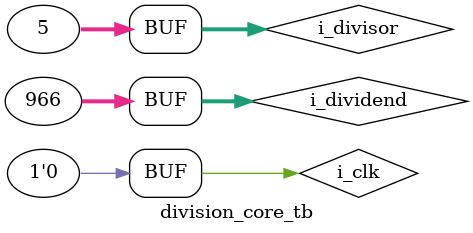
<source format=v>

`timescale 1 ns / 1 ps

module division_core(
   input wire  [31:0] i_dividend,
   input wire  [31:0] i_divisor,
   input wire         i_clk,
   output wire [31:0] result
   );
   
   localparam WORD_WIDTH  = 32;
   localparam START       = 3'd0,
              EXPONENTIAL = 3'd1,
              CHECK       = 3'd2,
              END         = 3'd3;
   
   reg [WORD_WIDTH-1:0] dividend_static = 0;
   reg [WORD_WIDTH-1:0] divisor_static  = 0;
   reg [WORD_WIDTH-1:0] result_static   = 0;
   reg [WORD_WIDTH+2:0] counter         = 0; // might need more bits storage than the WORD-WIDTH. To prevent overflow, two more bits are added.
   reg [WORD_WIDTH+2:0] total_counter   = 0;
   reg [WORD_WIDTH+2:0] total_interim   = 0;
   reg [WORD_WIDTH+2:0] interim_expo    = 0;
   reg [2:0]            current_state   = 0;
                            
   wire [WORD_WIDTH+2:0] counter_expo_next;
   wire [WORD_WIDTH+2:0] interim_expo_next;
   wire [WORD_WIDTH+2:0] total_counter_next;
   wire [WORD_WIDTH+2:0] total_interim_next;
   
   assign result             = result_static;                    
   assign interim_expo_next  = interim_expo  + interim_expo;
   assign counter_expo_next  = counter       + counter;
   assign total_counter_next = total_counter + counter;
   assign total_interim_next = total_interim + interim_expo; 
   
   always @(posedge i_clk) begin
      dividend_static <= i_dividend;
      divisor_static  <= i_divisor;
   end
   
   always @(posedge i_clk) begin
       
      //catch null-division error
      if((dividend_static == 0) || (divisor_static == 0)) begin
         result_static <= 'hBAD1DEA; //Error Message (means 'bad idea' in Hex Speak)
         
      // e.g. 11/11 = 1
      end else if(divisor_static == dividend_static) begin
         result_static <= 1;
      
      // e.g. 12/1 = 12
      end else if(divisor_static == 1) begin
         result_static <= dividend_static;
         
      // cannot calculate floating point numbers, so values smaller than 1 are always 0. E.g. 5/8 = 0.625 = 0  
      end else if(divisor_static > dividend_static)begin
         result_static <= 0;
         
      // else begin calculating the result
      end else begin
      
         case(current_state) // state machine
            
            // reset to start conditionsW
            START: begin
                interim_expo  <= divisor_static;
                total_interim <= divisor_static;
                total_counter <= 1;
                counter       <= 1;
                current_state <= EXPONENTIAL;
            end
            
            // start increasing the counter and the interim result exponentially
            EXPONENTIAL: begin
               if(dividend_static >= total_interim_next)begin  // only increase the counter and the interim result if the interimresult is smaller than the dividend
                  interim_expo  <= interim_expo_next;
                  total_interim <= total_interim_next;
                  counter       <= counter_expo_next;    
                  total_counter <= total_counter_next;
               end else begin    
                  current_state <= CHECK;
               end 
            end 
            
            // Check if we can increase the interim result
            CHECK: begin
               // if yes, reset the counter and the interim result and jump back to the exponential state.
               if(dividend_static >= total_interim + divisor_static) begin
                  counter       <= 1;
                  interim_expo  <= divisor_static;
                  current_state <= EXPONENTIAL;
               end else begin
                  current_state <= END;
               end
            end 
            
           END: begin
              result_static <= total_counter;
              current_state <= START;
           end
   
         endcase
      end
    
   end
   
endmodule


module division_core_tb;
   reg [31:0] i_dividend;
   reg [31:0] i_divisor;
   reg i_clk;
   wire [31:0] result;

   division_core dut (
      .i_dividend(i_dividend),
      .i_divisor(i_divisor),
      .i_clk(i_clk),
      .result(result)
   );

   initial begin
      i_dividend = 966; // Set dividend value
      i_divisor = 5;    // Set divisor value
      i_clk = 0;        // Initialize clock
end 
always begin
      // Apply inputs
      #5 i_clk = 1;
      #5 i_clk = 0;
//       $finish;
   end
endmodule

</source>
